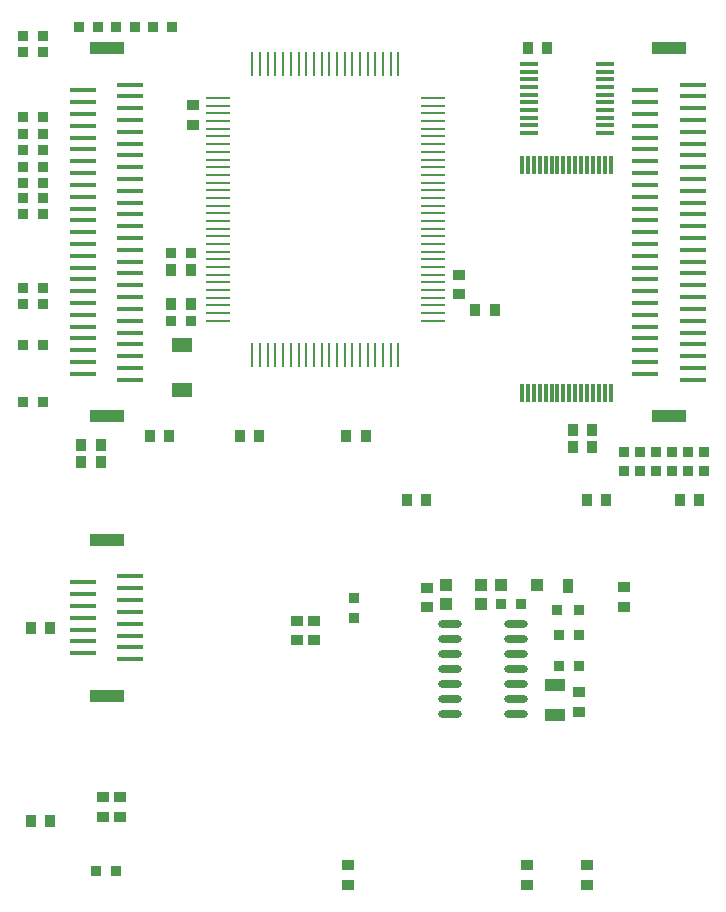
<source format=gbp>
%FSLAX44Y44*%
%MOMM*%
G71*
G01*
G75*
G04 Layer_Color=128*
%ADD10O,1.4000X0.3000*%
%ADD11O,0.3000X1.4000*%
%ADD12R,0.9398X1.0160*%
%ADD13R,0.9400X1.0160*%
%ADD14R,1.0160X0.9398*%
%ADD15R,1.0160X0.9400*%
%ADD16R,1.2000X1.3000*%
%ADD17R,1.2700X0.7620*%
%ADD18R,0.8000X0.9000*%
%ADD19R,0.9652X0.8890*%
%ADD20R,0.9144X0.9144*%
%ADD21R,0.9144X1.2700*%
%ADD22R,0.8890X0.9652*%
%ADD23R,2.2000X0.3600*%
%ADD24R,3.0000X1.0000*%
%ADD25R,2.2000X1.5000*%
%ADD26R,1.4500X0.5500*%
%ADD27R,0.3600X2.2000*%
%ADD28R,1.0000X3.0000*%
%ADD29R,1.8000X1.8000*%
%ADD30C,0.3000*%
%ADD31C,0.2000*%
%ADD32C,1.5000*%
%ADD33C,1.0000*%
%ADD34C,0.6000*%
%ADD35C,0.5000*%
%ADD36C,0.4000*%
%ADD37C,0.2032*%
%ADD38C,0.3810*%
%ADD39C,0.2500*%
%ADD40C,0.8000*%
%ADD41C,1.2000*%
%ADD42C,1.2000*%
%ADD43C,4.0000*%
%ADD44C,3.6000*%
%ADD45C,1.2700*%
%ADD46C,0.4000*%
%ADD47C,0.6000*%
%ADD48C,0.8000*%
%ADD49C,0.5500*%
%ADD50C,1.0000*%
%ADD51C,1.1000*%
%ADD52C,1.8000*%
%ADD53C,0.5080*%
%ADD54C,0.9000*%
%ADD55C,2.0000*%
%ADD56C,1.0160*%
%ADD57C,1.6000*%
%ADD58C,1.1000*%
%ADD59C,1.2000*%
%ADD60C,1.3000*%
%ADD61C,1.4000*%
%ADD62R,1.8000X1.1000*%
%ADD63R,1.0000X1.0000*%
%ADD64O,2.0320X0.6096*%
%ADD65R,0.3000X1.5000*%
%ADD66R,0.2600X2.0000*%
%ADD67R,2.0000X0.2600*%
%ADD68R,1.5000X0.3500*%
%ADD69R,1.8000X1.2000*%
%ADD70C,0.1270*%
%ADD71C,0.2540*%
%ADD72C,0.1500*%
%ADD73C,0.2286*%
%ADD74C,0.1524*%
%ADD75C,0.3048*%
%ADD76O,1.6032X0.5032*%
%ADD77O,0.5032X1.6032*%
%ADD78R,1.1430X1.2192*%
%ADD79R,1.1432X1.2192*%
%ADD80R,1.2192X1.1430*%
%ADD81R,1.2192X1.1432*%
%ADD82R,1.4032X1.5032*%
%ADD83R,1.4732X0.9652*%
%ADD84R,1.0032X1.1032*%
%ADD85R,1.1684X1.0922*%
%ADD86R,1.1176X1.1176*%
%ADD87R,1.1176X1.4732*%
%ADD88R,1.0922X1.1684*%
%ADD89R,2.4032X0.5632*%
%ADD90R,3.2032X1.2032*%
%ADD91R,2.4032X1.7032*%
%ADD92R,1.6532X0.7532*%
%ADD93R,0.5632X2.4032*%
%ADD94R,1.2032X3.2032*%
%ADD95R,2.0032X2.0032*%
%ADD96C,1.4032*%
%ADD97C,4.2032*%
%ADD98C,3.8032*%
%ADD99C,1.4732*%
%ADD100C,0.6032*%
%ADD101C,0.8032*%
%ADD102C,1.0032*%
%ADD103C,0.7532*%
%ADD104C,1.2032*%
%ADD105C,1.3032*%
%ADD106R,2.0032X1.3032*%
%ADD107R,1.2032X1.2032*%
%ADD108O,2.2352X0.8128*%
%ADD109R,0.5032X1.7032*%
%ADD110R,0.4632X2.2032*%
%ADD111R,2.2032X0.4632*%
%ADD112R,1.7032X0.5532*%
%ADD113R,2.0032X1.4032*%
D12*
X152005Y545500D02*
D03*
X565995Y350500D02*
D03*
X409505Y511500D02*
D03*
X16495Y79000D02*
D03*
Y242500D02*
D03*
X351505Y350500D02*
D03*
X283495Y405000D02*
D03*
X504005Y350500D02*
D03*
X59495Y397000D02*
D03*
X134005Y405000D02*
D03*
X59495Y382500D02*
D03*
X454005Y733000D02*
D03*
X193495Y405000D02*
D03*
X135495Y516500D02*
D03*
X492005Y410000D02*
D03*
Y395500D02*
D03*
D13*
X135500Y545500D02*
D03*
X582500Y350500D02*
D03*
X393000Y511500D02*
D03*
X33000Y79000D02*
D03*
Y242500D02*
D03*
X300000Y405000D02*
D03*
X487500Y350500D02*
D03*
X76000Y397000D02*
D03*
X117500Y405000D02*
D03*
X76000Y382500D02*
D03*
X437500Y733000D02*
D03*
X210000Y405000D02*
D03*
X335000Y350500D02*
D03*
X152000Y516500D02*
D03*
X475500Y410000D02*
D03*
Y395500D02*
D03*
D14*
X480500Y171495D02*
D03*
X379500Y524995D02*
D03*
X154000Y685005D02*
D03*
X519000Y260495D02*
D03*
X242000Y248505D02*
D03*
X437000Y41505D02*
D03*
X352000Y276505D02*
D03*
X487500Y41505D02*
D03*
X92500Y99005D02*
D03*
X78000D02*
D03*
X256500Y248505D02*
D03*
X285000Y41505D02*
D03*
D15*
X480500Y188000D02*
D03*
X379500Y541500D02*
D03*
X154000Y668500D02*
D03*
X519000Y277000D02*
D03*
X242000Y232000D02*
D03*
X437000Y25000D02*
D03*
X352000Y260000D02*
D03*
X487500Y25000D02*
D03*
X256500Y232000D02*
D03*
X285000Y25000D02*
D03*
X78000Y82500D02*
D03*
X92500D02*
D03*
D19*
X10000Y675000D02*
D03*
X26510D02*
D03*
X10000Y606000D02*
D03*
X26510D02*
D03*
X152000Y502000D02*
D03*
X135490D02*
D03*
X152000Y560000D02*
D03*
X135490D02*
D03*
X480500Y210000D02*
D03*
X463990D02*
D03*
X431250Y263000D02*
D03*
X414740D02*
D03*
X26510Y434000D02*
D03*
X10000D02*
D03*
X26500Y482000D02*
D03*
X9990D02*
D03*
X120000Y751500D02*
D03*
X136510D02*
D03*
X26510Y661000D02*
D03*
X10000D02*
D03*
X26510Y730000D02*
D03*
X10000D02*
D03*
X26510Y647000D02*
D03*
X10000D02*
D03*
X26510Y633000D02*
D03*
X10000D02*
D03*
X26510Y592500D02*
D03*
X10000D02*
D03*
X105010Y751500D02*
D03*
X88500D02*
D03*
X26510Y530500D02*
D03*
X10000D02*
D03*
X26510Y516500D02*
D03*
X10000D02*
D03*
X26510Y619500D02*
D03*
X10000D02*
D03*
X26510Y743500D02*
D03*
X10000D02*
D03*
X73510Y751500D02*
D03*
X57000D02*
D03*
X72000Y36350D02*
D03*
X88510D02*
D03*
X464000Y236500D02*
D03*
X480510D02*
D03*
D20*
X461975Y257340D02*
D03*
X481025D02*
D03*
D21*
X471373Y277660D02*
D03*
D22*
X559500Y391510D02*
D03*
Y375000D02*
D03*
X518750Y391510D02*
D03*
Y375000D02*
D03*
X546000Y391510D02*
D03*
Y375000D02*
D03*
X573000Y391510D02*
D03*
Y375000D02*
D03*
X586500Y391510D02*
D03*
Y375000D02*
D03*
X532500D02*
D03*
Y391510D02*
D03*
X290000Y251000D02*
D03*
Y267510D02*
D03*
D23*
X101000Y492500D02*
D03*
Y452500D02*
D03*
Y462500D02*
D03*
Y682500D02*
D03*
Y542500D02*
D03*
Y532500D02*
D03*
Y522500D02*
D03*
Y512500D02*
D03*
Y502500D02*
D03*
Y562500D02*
D03*
Y572500D02*
D03*
Y582500D02*
D03*
Y592500D02*
D03*
Y602500D02*
D03*
Y612500D02*
D03*
Y622500D02*
D03*
Y642500D02*
D03*
Y652500D02*
D03*
Y482500D02*
D03*
X61000Y597500D02*
D03*
Y567500D02*
D03*
Y557500D02*
D03*
Y537500D02*
D03*
Y527500D02*
D03*
Y517500D02*
D03*
Y507500D02*
D03*
Y477500D02*
D03*
Y487500D02*
D03*
Y497500D02*
D03*
Y617500D02*
D03*
Y637500D02*
D03*
Y647500D02*
D03*
Y457500D02*
D03*
X101000Y472500D02*
D03*
X61000Y467500D02*
D03*
Y577500D02*
D03*
X101000Y552500D02*
D03*
X61000Y547500D02*
D03*
X101000Y702500D02*
D03*
Y692500D02*
D03*
X61000Y677500D02*
D03*
Y687500D02*
D03*
Y697500D02*
D03*
Y587500D02*
D03*
Y607500D02*
D03*
Y627500D02*
D03*
X101000Y662500D02*
D03*
X61000Y657500D02*
D03*
Y667500D02*
D03*
X101000Y672500D02*
D03*
Y632500D02*
D03*
X61000Y241000D02*
D03*
Y231000D02*
D03*
Y221000D02*
D03*
X537000Y527500D02*
D03*
Y517500D02*
D03*
Y507500D02*
D03*
X577000Y522500D02*
D03*
X537000Y657500D02*
D03*
Y647500D02*
D03*
Y637500D02*
D03*
Y627500D02*
D03*
X577000Y622500D02*
D03*
Y632500D02*
D03*
Y642500D02*
D03*
Y652500D02*
D03*
X537000Y617500D02*
D03*
X577000Y662500D02*
D03*
X101000Y266000D02*
D03*
Y276000D02*
D03*
Y286000D02*
D03*
X577000Y512500D02*
D03*
X537000Y537500D02*
D03*
X577000Y532500D02*
D03*
X537000Y567500D02*
D03*
Y557500D02*
D03*
Y547500D02*
D03*
X577000Y542500D02*
D03*
Y552500D02*
D03*
Y562500D02*
D03*
X537000Y607500D02*
D03*
Y587500D02*
D03*
Y577500D02*
D03*
X577000Y592500D02*
D03*
Y602500D02*
D03*
X537000Y597500D02*
D03*
X577000Y572500D02*
D03*
Y582500D02*
D03*
Y612500D02*
D03*
Y482500D02*
D03*
Y492500D02*
D03*
Y502500D02*
D03*
X537000Y497500D02*
D03*
Y487500D02*
D03*
Y477500D02*
D03*
Y467500D02*
D03*
Y457500D02*
D03*
X577000Y452500D02*
D03*
Y462500D02*
D03*
Y472500D02*
D03*
X537000Y697500D02*
D03*
Y687500D02*
D03*
Y677500D02*
D03*
Y667500D02*
D03*
X577000Y672500D02*
D03*
Y682500D02*
D03*
Y692500D02*
D03*
Y702500D02*
D03*
X61000Y281000D02*
D03*
Y271000D02*
D03*
Y261000D02*
D03*
Y251000D02*
D03*
X101000Y216000D02*
D03*
Y226000D02*
D03*
Y236000D02*
D03*
Y246000D02*
D03*
Y256000D02*
D03*
D24*
X81000Y421500D02*
D03*
Y733500D02*
D03*
X557000Y421500D02*
D03*
X81000Y317000D02*
D03*
X81000Y185000D02*
D03*
X557000Y733500D02*
D03*
D62*
X460500Y168600D02*
D03*
Y194000D02*
D03*
D63*
X414750Y278500D02*
D03*
X444750D02*
D03*
X368000D02*
D03*
X398000D02*
D03*
Y262500D02*
D03*
X368000D02*
D03*
D64*
X427250Y220600D02*
D03*
Y207900D02*
D03*
Y195200D02*
D03*
Y182500D02*
D03*
Y169800D02*
D03*
X371370Y195200D02*
D03*
Y207900D02*
D03*
Y220600D02*
D03*
Y233300D02*
D03*
Y246000D02*
D03*
Y169800D02*
D03*
Y182500D02*
D03*
X427250Y233300D02*
D03*
Y246000D02*
D03*
D65*
X432500Y634000D02*
D03*
X437500D02*
D03*
X442500D02*
D03*
X447500D02*
D03*
X452500D02*
D03*
X457500D02*
D03*
X462500D02*
D03*
X467500D02*
D03*
X472500D02*
D03*
X477500D02*
D03*
X482500D02*
D03*
X487500D02*
D03*
X492500D02*
D03*
X497500D02*
D03*
X502500D02*
D03*
X507500D02*
D03*
X432500Y441000D02*
D03*
X437500D02*
D03*
X442500D02*
D03*
X447500D02*
D03*
X452500D02*
D03*
X457500D02*
D03*
X462500D02*
D03*
X467500D02*
D03*
X472500D02*
D03*
X477500D02*
D03*
X482500D02*
D03*
X487500D02*
D03*
X492500D02*
D03*
X497500D02*
D03*
X502500D02*
D03*
X507500D02*
D03*
D66*
X327750Y720250D02*
D03*
X321250D02*
D03*
X314750D02*
D03*
X308250D02*
D03*
X301750D02*
D03*
X295250D02*
D03*
X288750D02*
D03*
X282250D02*
D03*
X275750D02*
D03*
X269250D02*
D03*
X204250D02*
D03*
X210750D02*
D03*
X217250D02*
D03*
X223750D02*
D03*
X230250D02*
D03*
X236750D02*
D03*
X243250D02*
D03*
X249750D02*
D03*
X256250D02*
D03*
X262750D02*
D03*
X327750Y473250D02*
D03*
X321250D02*
D03*
X314750D02*
D03*
X308250D02*
D03*
X301750D02*
D03*
X295250D02*
D03*
X288750D02*
D03*
X282250D02*
D03*
X275750D02*
D03*
X269250D02*
D03*
X262750D02*
D03*
X256250D02*
D03*
X249750D02*
D03*
X243250D02*
D03*
X236750D02*
D03*
X230250D02*
D03*
X223750D02*
D03*
X217250D02*
D03*
X210750D02*
D03*
X204250D02*
D03*
D67*
X175000Y502500D02*
D03*
Y509000D02*
D03*
Y515500D02*
D03*
Y522000D02*
D03*
Y528500D02*
D03*
Y535000D02*
D03*
Y541500D02*
D03*
Y548000D02*
D03*
Y554500D02*
D03*
Y561000D02*
D03*
Y567500D02*
D03*
Y574000D02*
D03*
Y580500D02*
D03*
Y587000D02*
D03*
Y593500D02*
D03*
Y600000D02*
D03*
Y606500D02*
D03*
Y613000D02*
D03*
Y619500D02*
D03*
Y626000D02*
D03*
Y632500D02*
D03*
Y639000D02*
D03*
Y645500D02*
D03*
Y652000D02*
D03*
Y658500D02*
D03*
Y665000D02*
D03*
Y671500D02*
D03*
Y678000D02*
D03*
Y684500D02*
D03*
Y691000D02*
D03*
X357000D02*
D03*
Y684500D02*
D03*
Y678000D02*
D03*
Y671500D02*
D03*
Y665000D02*
D03*
Y658500D02*
D03*
Y652000D02*
D03*
Y645500D02*
D03*
Y639000D02*
D03*
Y632500D02*
D03*
Y626000D02*
D03*
Y619500D02*
D03*
Y613000D02*
D03*
Y606500D02*
D03*
Y600000D02*
D03*
Y593500D02*
D03*
Y587000D02*
D03*
Y580500D02*
D03*
Y574000D02*
D03*
Y567500D02*
D03*
Y561000D02*
D03*
Y554500D02*
D03*
Y548000D02*
D03*
Y541500D02*
D03*
Y535000D02*
D03*
Y528500D02*
D03*
Y522000D02*
D03*
Y515500D02*
D03*
Y509000D02*
D03*
Y502500D02*
D03*
D68*
X438000Y720000D02*
D03*
Y713500D02*
D03*
X503000Y661500D02*
D03*
Y720000D02*
D03*
Y713500D02*
D03*
Y707000D02*
D03*
Y700500D02*
D03*
Y694000D02*
D03*
Y687500D02*
D03*
Y681000D02*
D03*
Y674500D02*
D03*
Y668000D02*
D03*
X438000Y661500D02*
D03*
Y668000D02*
D03*
Y674500D02*
D03*
Y681000D02*
D03*
Y687500D02*
D03*
Y694000D02*
D03*
Y700500D02*
D03*
Y707000D02*
D03*
D69*
X145000Y482000D02*
D03*
Y444000D02*
D03*
M02*

</source>
